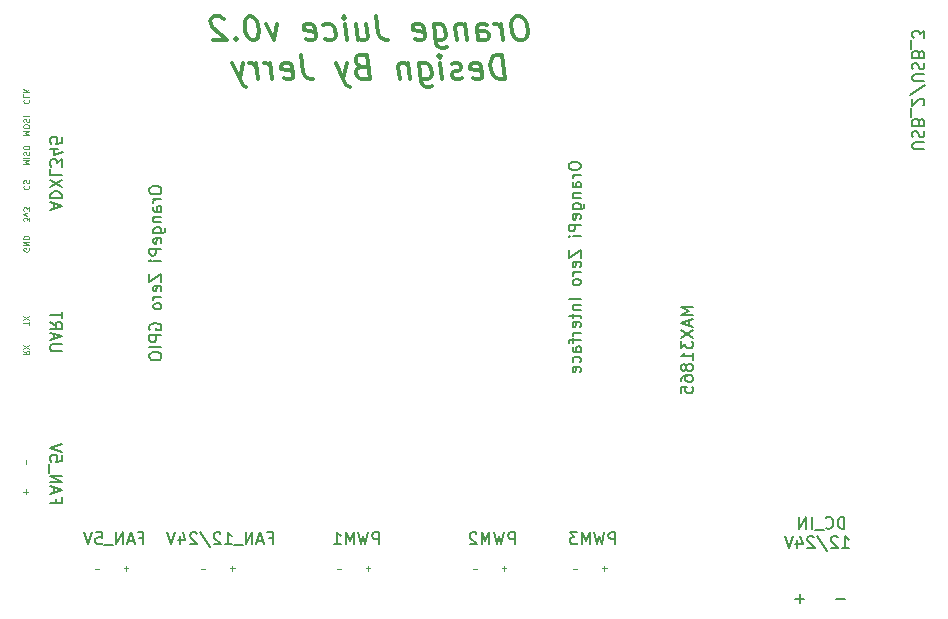
<source format=gbr>
%TF.GenerationSoftware,KiCad,Pcbnew,(5.1.12)-1*%
%TF.CreationDate,2022-01-05T17:05:18+08:00*%
%TF.ProjectId,orange_juice_board,6f72616e-6765-45f6-9a75-6963655f626f,rev?*%
%TF.SameCoordinates,Original*%
%TF.FileFunction,Legend,Bot*%
%TF.FilePolarity,Positive*%
%FSLAX46Y46*%
G04 Gerber Fmt 4.6, Leading zero omitted, Abs format (unit mm)*
G04 Created by KiCad (PCBNEW (5.1.12)-1) date 2022-01-05 17:05:18*
%MOMM*%
%LPD*%
G01*
G04 APERTURE LIST*
%ADD10C,0.300000*%
%ADD11C,0.150000*%
%ADD12C,0.125000*%
G04 APERTURE END LIST*
D10*
X151854732Y-69754761D02*
X151473779Y-69754761D01*
X151295208Y-69850000D01*
X151128541Y-70040476D01*
X151080922Y-70421428D01*
X151164255Y-71088095D01*
X151307113Y-71469047D01*
X151521398Y-71659523D01*
X151723779Y-71754761D01*
X152104732Y-71754761D01*
X152283303Y-71659523D01*
X152449970Y-71469047D01*
X152497589Y-71088095D01*
X152414255Y-70421428D01*
X152271398Y-70040476D01*
X152057113Y-69850000D01*
X151854732Y-69754761D01*
X150390446Y-71754761D02*
X150223779Y-70421428D01*
X150271398Y-70802380D02*
X150152351Y-70611904D01*
X150045208Y-70516666D01*
X149842827Y-70421428D01*
X149652351Y-70421428D01*
X148295208Y-71754761D02*
X148164255Y-70707142D01*
X148235684Y-70516666D01*
X148414255Y-70421428D01*
X148795208Y-70421428D01*
X148997589Y-70516666D01*
X148283303Y-71659523D02*
X148485684Y-71754761D01*
X148961875Y-71754761D01*
X149140446Y-71659523D01*
X149211875Y-71469047D01*
X149188065Y-71278571D01*
X149069017Y-71088095D01*
X148866636Y-70992857D01*
X148390446Y-70992857D01*
X148188065Y-70897619D01*
X147176160Y-70421428D02*
X147342827Y-71754761D01*
X147199970Y-70611904D02*
X147092827Y-70516666D01*
X146890446Y-70421428D01*
X146604732Y-70421428D01*
X146426160Y-70516666D01*
X146354732Y-70707142D01*
X146485684Y-71754761D01*
X144509494Y-70421428D02*
X144711875Y-72040476D01*
X144830922Y-72230952D01*
X144938065Y-72326190D01*
X145140446Y-72421428D01*
X145426160Y-72421428D01*
X145604732Y-72326190D01*
X144664255Y-71659523D02*
X144866636Y-71754761D01*
X145247589Y-71754761D01*
X145426160Y-71659523D01*
X145509494Y-71564285D01*
X145580922Y-71373809D01*
X145509494Y-70802380D01*
X145390446Y-70611904D01*
X145283303Y-70516666D01*
X145080922Y-70421428D01*
X144699970Y-70421428D01*
X144521398Y-70516666D01*
X142949970Y-71659523D02*
X143152351Y-71754761D01*
X143533303Y-71754761D01*
X143711875Y-71659523D01*
X143783303Y-71469047D01*
X143688065Y-70707142D01*
X143569017Y-70516666D01*
X143366636Y-70421428D01*
X142985684Y-70421428D01*
X142807113Y-70516666D01*
X142735684Y-70707142D01*
X142759494Y-70897619D01*
X143735684Y-71088095D01*
X139664255Y-69754761D02*
X139842827Y-71183333D01*
X139973779Y-71469047D01*
X140188065Y-71659523D01*
X140485684Y-71754761D01*
X140676160Y-71754761D01*
X137938065Y-70421428D02*
X138104732Y-71754761D01*
X138795208Y-70421428D02*
X138926160Y-71469047D01*
X138854732Y-71659523D01*
X138676160Y-71754761D01*
X138390446Y-71754761D01*
X138188065Y-71659523D01*
X138080922Y-71564285D01*
X137152351Y-71754761D02*
X136985684Y-70421428D01*
X136902351Y-69754761D02*
X137009494Y-69850000D01*
X136926160Y-69945238D01*
X136819017Y-69850000D01*
X136902351Y-69754761D01*
X136926160Y-69945238D01*
X135330922Y-71659523D02*
X135533303Y-71754761D01*
X135914255Y-71754761D01*
X136092827Y-71659523D01*
X136176160Y-71564285D01*
X136247589Y-71373809D01*
X136176160Y-70802380D01*
X136057113Y-70611904D01*
X135949970Y-70516666D01*
X135747589Y-70421428D01*
X135366636Y-70421428D01*
X135188065Y-70516666D01*
X133711875Y-71659523D02*
X133914255Y-71754761D01*
X134295208Y-71754761D01*
X134473779Y-71659523D01*
X134545208Y-71469047D01*
X134449970Y-70707142D01*
X134330922Y-70516666D01*
X134128541Y-70421428D01*
X133747589Y-70421428D01*
X133569017Y-70516666D01*
X133497589Y-70707142D01*
X133521398Y-70897619D01*
X134497589Y-71088095D01*
X131271398Y-70421428D02*
X130961875Y-71754761D01*
X130319017Y-70421428D01*
X129092827Y-69754761D02*
X128902351Y-69754761D01*
X128723779Y-69850000D01*
X128640446Y-69945238D01*
X128569017Y-70135714D01*
X128521398Y-70516666D01*
X128580922Y-70992857D01*
X128723779Y-71373809D01*
X128842827Y-71564285D01*
X128949970Y-71659523D01*
X129152351Y-71754761D01*
X129342827Y-71754761D01*
X129521398Y-71659523D01*
X129604732Y-71564285D01*
X129676160Y-71373809D01*
X129723779Y-70992857D01*
X129664255Y-70516666D01*
X129521398Y-70135714D01*
X129402351Y-69945238D01*
X129295208Y-69850000D01*
X129092827Y-69754761D01*
X127795208Y-71564285D02*
X127711875Y-71659523D01*
X127819017Y-71754761D01*
X127902351Y-71659523D01*
X127795208Y-71564285D01*
X127819017Y-71754761D01*
X126735684Y-69945238D02*
X126628541Y-69850000D01*
X126426160Y-69754761D01*
X125949970Y-69754761D01*
X125771398Y-69850000D01*
X125688065Y-69945238D01*
X125616636Y-70135714D01*
X125640446Y-70326190D01*
X125771398Y-70611904D01*
X127057113Y-71754761D01*
X125819017Y-71754761D01*
X150580922Y-75054761D02*
X150330922Y-73054761D01*
X149854732Y-73054761D01*
X149580922Y-73150000D01*
X149414255Y-73340476D01*
X149342827Y-73530952D01*
X149295208Y-73911904D01*
X149330922Y-74197619D01*
X149473779Y-74578571D01*
X149592827Y-74769047D01*
X149807113Y-74959523D01*
X150104732Y-75054761D01*
X150580922Y-75054761D01*
X147807113Y-74959523D02*
X148009494Y-75054761D01*
X148390446Y-75054761D01*
X148569017Y-74959523D01*
X148640446Y-74769047D01*
X148545208Y-74007142D01*
X148426160Y-73816666D01*
X148223779Y-73721428D01*
X147842827Y-73721428D01*
X147664255Y-73816666D01*
X147592827Y-74007142D01*
X147616636Y-74197619D01*
X148592827Y-74388095D01*
X146949970Y-74959523D02*
X146771398Y-75054761D01*
X146390446Y-75054761D01*
X146188065Y-74959523D01*
X146069017Y-74769047D01*
X146057113Y-74673809D01*
X146128541Y-74483333D01*
X146307113Y-74388095D01*
X146592827Y-74388095D01*
X146771398Y-74292857D01*
X146842827Y-74102380D01*
X146830922Y-74007142D01*
X146711875Y-73816666D01*
X146509494Y-73721428D01*
X146223779Y-73721428D01*
X146045208Y-73816666D01*
X145247589Y-75054761D02*
X145080922Y-73721428D01*
X144997589Y-73054761D02*
X145104732Y-73150000D01*
X145021398Y-73245238D01*
X144914255Y-73150000D01*
X144997589Y-73054761D01*
X145021398Y-73245238D01*
X143271398Y-73721428D02*
X143473779Y-75340476D01*
X143592827Y-75530952D01*
X143699970Y-75626190D01*
X143902351Y-75721428D01*
X144188065Y-75721428D01*
X144366636Y-75626190D01*
X143426160Y-74959523D02*
X143628541Y-75054761D01*
X144009494Y-75054761D01*
X144188065Y-74959523D01*
X144271398Y-74864285D01*
X144342827Y-74673809D01*
X144271398Y-74102380D01*
X144152351Y-73911904D01*
X144045208Y-73816666D01*
X143842827Y-73721428D01*
X143461875Y-73721428D01*
X143283303Y-73816666D01*
X142319017Y-73721428D02*
X142485684Y-75054761D01*
X142342827Y-73911904D02*
X142235684Y-73816666D01*
X142033303Y-73721428D01*
X141747589Y-73721428D01*
X141569017Y-73816666D01*
X141497589Y-74007142D01*
X141628541Y-75054761D01*
X138354732Y-74007142D02*
X138080922Y-74102380D01*
X137997589Y-74197619D01*
X137926160Y-74388095D01*
X137961875Y-74673809D01*
X138080922Y-74864285D01*
X138188065Y-74959523D01*
X138390446Y-75054761D01*
X139152351Y-75054761D01*
X138902351Y-73054761D01*
X138235684Y-73054761D01*
X138057113Y-73150000D01*
X137973779Y-73245238D01*
X137902351Y-73435714D01*
X137926160Y-73626190D01*
X138045208Y-73816666D01*
X138152351Y-73911904D01*
X138354732Y-74007142D01*
X139021398Y-74007142D01*
X137176160Y-73721428D02*
X136866636Y-75054761D01*
X136223779Y-73721428D02*
X136866636Y-75054761D01*
X137116636Y-75530952D01*
X137223779Y-75626190D01*
X137426160Y-75721428D01*
X133283303Y-73054761D02*
X133461875Y-74483333D01*
X133592827Y-74769047D01*
X133807113Y-74959523D01*
X134104732Y-75054761D01*
X134295208Y-75054761D01*
X131807113Y-74959523D02*
X132009494Y-75054761D01*
X132390446Y-75054761D01*
X132569017Y-74959523D01*
X132640446Y-74769047D01*
X132545208Y-74007142D01*
X132426160Y-73816666D01*
X132223779Y-73721428D01*
X131842827Y-73721428D01*
X131664255Y-73816666D01*
X131592827Y-74007142D01*
X131616636Y-74197619D01*
X132592827Y-74388095D01*
X130866636Y-75054761D02*
X130699970Y-73721428D01*
X130747589Y-74102380D02*
X130628541Y-73911904D01*
X130521398Y-73816666D01*
X130319017Y-73721428D01*
X130128541Y-73721428D01*
X129628541Y-75054761D02*
X129461875Y-73721428D01*
X129509494Y-74102380D02*
X129390446Y-73911904D01*
X129283303Y-73816666D01*
X129080922Y-73721428D01*
X128890446Y-73721428D01*
X128414255Y-73721428D02*
X128104732Y-75054761D01*
X127461875Y-73721428D02*
X128104732Y-75054761D01*
X128354732Y-75530952D01*
X128461875Y-75626190D01*
X128664255Y-75721428D01*
D11*
X179380952Y-119071428D02*
X178619047Y-119071428D01*
X175880952Y-119071428D02*
X175119047Y-119071428D01*
X175500000Y-119452380D02*
X175500000Y-118690476D01*
D12*
X156690476Y-116535714D02*
X156309523Y-116535714D01*
X148190476Y-116535714D02*
X147809523Y-116535714D01*
X136690476Y-116535714D02*
X136309523Y-116535714D01*
X158964285Y-116690476D02*
X158964285Y-116309523D01*
X158773809Y-116500000D02*
X159154761Y-116500000D01*
X150464285Y-116690476D02*
X150464285Y-116309523D01*
X150273809Y-116500000D02*
X150654761Y-116500000D01*
X138964285Y-116690476D02*
X138964285Y-116309523D01*
X138773809Y-116500000D02*
X139154761Y-116500000D01*
X136690476Y-116535714D02*
X136309523Y-116535714D01*
X125190476Y-116535714D02*
X124809523Y-116535714D01*
X127464285Y-116690476D02*
X127464285Y-116309523D01*
X127273809Y-116500000D02*
X127654761Y-116500000D01*
X116190476Y-116535714D02*
X115809523Y-116535714D01*
X118464285Y-116690476D02*
X118464285Y-116309523D01*
X118273809Y-116500000D02*
X118654761Y-116500000D01*
X109964285Y-107690476D02*
X109964285Y-107309523D01*
X109964285Y-110190476D02*
X109964285Y-109809523D01*
X109773809Y-110000000D02*
X110154761Y-110000000D01*
X109773809Y-98083333D02*
X110011904Y-98250000D01*
X109773809Y-98369047D02*
X110273809Y-98369047D01*
X110273809Y-98178571D01*
X110250000Y-98130952D01*
X110226190Y-98107142D01*
X110178571Y-98083333D01*
X110107142Y-98083333D01*
X110059523Y-98107142D01*
X110035714Y-98130952D01*
X110011904Y-98178571D01*
X110011904Y-98369047D01*
X110273809Y-97916666D02*
X109773809Y-97583333D01*
X110273809Y-97583333D02*
X109773809Y-97916666D01*
X110273809Y-95880952D02*
X110273809Y-95595238D01*
X109773809Y-95738095D02*
X110273809Y-95738095D01*
X110273809Y-95476190D02*
X109773809Y-95142857D01*
X110273809Y-95142857D02*
X109773809Y-95476190D01*
X110250000Y-89380952D02*
X110273809Y-89428571D01*
X110273809Y-89500000D01*
X110250000Y-89571428D01*
X110202380Y-89619047D01*
X110154761Y-89642857D01*
X110059523Y-89666666D01*
X109988095Y-89666666D01*
X109892857Y-89642857D01*
X109845238Y-89619047D01*
X109797619Y-89571428D01*
X109773809Y-89500000D01*
X109773809Y-89452380D01*
X109797619Y-89380952D01*
X109821428Y-89357142D01*
X109988095Y-89357142D01*
X109988095Y-89452380D01*
X109773809Y-89142857D02*
X110273809Y-89142857D01*
X109773809Y-88857142D01*
X110273809Y-88857142D01*
X109773809Y-88619047D02*
X110273809Y-88619047D01*
X110273809Y-88500000D01*
X110250000Y-88428571D01*
X110202380Y-88380952D01*
X110154761Y-88357142D01*
X110059523Y-88333333D01*
X109988095Y-88333333D01*
X109892857Y-88357142D01*
X109845238Y-88380952D01*
X109797619Y-88428571D01*
X109773809Y-88500000D01*
X109773809Y-88619047D01*
X110273809Y-87095238D02*
X110273809Y-86785714D01*
X110083333Y-86952380D01*
X110083333Y-86880952D01*
X110059523Y-86833333D01*
X110035714Y-86809523D01*
X109988095Y-86785714D01*
X109869047Y-86785714D01*
X109821428Y-86809523D01*
X109797619Y-86833333D01*
X109773809Y-86880952D01*
X109773809Y-87023809D01*
X109797619Y-87071428D01*
X109821428Y-87095238D01*
X110107142Y-86619047D02*
X109773809Y-86500000D01*
X110107142Y-86380952D01*
X110273809Y-86238095D02*
X110273809Y-85928571D01*
X110083333Y-86095238D01*
X110083333Y-86023809D01*
X110059523Y-85976190D01*
X110035714Y-85952380D01*
X109988095Y-85928571D01*
X109869047Y-85928571D01*
X109821428Y-85952380D01*
X109797619Y-85976190D01*
X109773809Y-86023809D01*
X109773809Y-86166666D01*
X109797619Y-86214285D01*
X109821428Y-86238095D01*
X109821428Y-84083333D02*
X109797619Y-84107142D01*
X109773809Y-84178571D01*
X109773809Y-84226190D01*
X109797619Y-84297619D01*
X109845238Y-84345238D01*
X109892857Y-84369047D01*
X109988095Y-84392857D01*
X110059523Y-84392857D01*
X110154761Y-84369047D01*
X110202380Y-84345238D01*
X110250000Y-84297619D01*
X110273809Y-84226190D01*
X110273809Y-84178571D01*
X110250000Y-84107142D01*
X110226190Y-84083333D01*
X109797619Y-83892857D02*
X109773809Y-83821428D01*
X109773809Y-83702380D01*
X109797619Y-83654761D01*
X109821428Y-83630952D01*
X109869047Y-83607142D01*
X109916666Y-83607142D01*
X109964285Y-83630952D01*
X109988095Y-83654761D01*
X110011904Y-83702380D01*
X110035714Y-83797619D01*
X110059523Y-83845238D01*
X110083333Y-83869047D01*
X110130952Y-83892857D01*
X110178571Y-83892857D01*
X110226190Y-83869047D01*
X110250000Y-83845238D01*
X110273809Y-83797619D01*
X110273809Y-83678571D01*
X110250000Y-83607142D01*
X109773809Y-82285714D02*
X110273809Y-82285714D01*
X109916666Y-82119047D01*
X110273809Y-81952380D01*
X109773809Y-81952380D01*
X109773809Y-81714285D02*
X110273809Y-81714285D01*
X109797619Y-81500000D02*
X109773809Y-81428571D01*
X109773809Y-81309523D01*
X109797619Y-81261904D01*
X109821428Y-81238095D01*
X109869047Y-81214285D01*
X109916666Y-81214285D01*
X109964285Y-81238095D01*
X109988095Y-81261904D01*
X110011904Y-81309523D01*
X110035714Y-81404761D01*
X110059523Y-81452380D01*
X110083333Y-81476190D01*
X110130952Y-81500000D01*
X110178571Y-81500000D01*
X110226190Y-81476190D01*
X110250000Y-81452380D01*
X110273809Y-81404761D01*
X110273809Y-81285714D01*
X110250000Y-81214285D01*
X110273809Y-80904761D02*
X110273809Y-80809523D01*
X110250000Y-80761904D01*
X110202380Y-80714285D01*
X110107142Y-80690476D01*
X109940476Y-80690476D01*
X109845238Y-80714285D01*
X109797619Y-80761904D01*
X109773809Y-80809523D01*
X109773809Y-80904761D01*
X109797619Y-80952380D01*
X109845238Y-81000000D01*
X109940476Y-81023809D01*
X110107142Y-81023809D01*
X110202380Y-81000000D01*
X110250000Y-80952380D01*
X110273809Y-80904761D01*
X109773809Y-79785714D02*
X110273809Y-79785714D01*
X109916666Y-79619047D01*
X110273809Y-79452380D01*
X109773809Y-79452380D01*
X110273809Y-79119047D02*
X110273809Y-79023809D01*
X110250000Y-78976190D01*
X110202380Y-78928571D01*
X110107142Y-78904761D01*
X109940476Y-78904761D01*
X109845238Y-78928571D01*
X109797619Y-78976190D01*
X109773809Y-79023809D01*
X109773809Y-79119047D01*
X109797619Y-79166666D01*
X109845238Y-79214285D01*
X109940476Y-79238095D01*
X110107142Y-79238095D01*
X110202380Y-79214285D01*
X110250000Y-79166666D01*
X110273809Y-79119047D01*
X109797619Y-78714285D02*
X109773809Y-78642857D01*
X109773809Y-78523809D01*
X109797619Y-78476190D01*
X109821428Y-78452380D01*
X109869047Y-78428571D01*
X109916666Y-78428571D01*
X109964285Y-78452380D01*
X109988095Y-78476190D01*
X110011904Y-78523809D01*
X110035714Y-78619047D01*
X110059523Y-78666666D01*
X110083333Y-78690476D01*
X110130952Y-78714285D01*
X110178571Y-78714285D01*
X110226190Y-78690476D01*
X110250000Y-78666666D01*
X110273809Y-78619047D01*
X110273809Y-78500000D01*
X110250000Y-78428571D01*
X109773809Y-78214285D02*
X110273809Y-78214285D01*
X109821428Y-76797619D02*
X109797619Y-76821428D01*
X109773809Y-76892857D01*
X109773809Y-76940476D01*
X109797619Y-77011904D01*
X109845238Y-77059523D01*
X109892857Y-77083333D01*
X109988095Y-77107142D01*
X110059523Y-77107142D01*
X110154761Y-77083333D01*
X110202380Y-77059523D01*
X110250000Y-77011904D01*
X110273809Y-76940476D01*
X110273809Y-76892857D01*
X110250000Y-76821428D01*
X110226190Y-76797619D01*
X109773809Y-76345238D02*
X109773809Y-76583333D01*
X110273809Y-76583333D01*
X109773809Y-76178571D02*
X110273809Y-76178571D01*
X109773809Y-75892857D02*
X110059523Y-76107142D01*
X110273809Y-75892857D02*
X109988095Y-76178571D01*
D11*
X186047619Y-81000000D02*
X185238095Y-81000000D01*
X185142857Y-80952380D01*
X185095238Y-80904761D01*
X185047619Y-80809523D01*
X185047619Y-80619047D01*
X185095238Y-80523809D01*
X185142857Y-80476190D01*
X185238095Y-80428571D01*
X186047619Y-80428571D01*
X185095238Y-80000000D02*
X185047619Y-79857142D01*
X185047619Y-79619047D01*
X185095238Y-79523809D01*
X185142857Y-79476190D01*
X185238095Y-79428571D01*
X185333333Y-79428571D01*
X185428571Y-79476190D01*
X185476190Y-79523809D01*
X185523809Y-79619047D01*
X185571428Y-79809523D01*
X185619047Y-79904761D01*
X185666666Y-79952380D01*
X185761904Y-80000000D01*
X185857142Y-80000000D01*
X185952380Y-79952380D01*
X186000000Y-79904761D01*
X186047619Y-79809523D01*
X186047619Y-79571428D01*
X186000000Y-79428571D01*
X185571428Y-78666666D02*
X185523809Y-78523809D01*
X185476190Y-78476190D01*
X185380952Y-78428571D01*
X185238095Y-78428571D01*
X185142857Y-78476190D01*
X185095238Y-78523809D01*
X185047619Y-78619047D01*
X185047619Y-79000000D01*
X186047619Y-79000000D01*
X186047619Y-78666666D01*
X186000000Y-78571428D01*
X185952380Y-78523809D01*
X185857142Y-78476190D01*
X185761904Y-78476190D01*
X185666666Y-78523809D01*
X185619047Y-78571428D01*
X185571428Y-78666666D01*
X185571428Y-79000000D01*
X184952380Y-78238095D02*
X184952380Y-77476190D01*
X185952380Y-77285714D02*
X186000000Y-77238095D01*
X186047619Y-77142857D01*
X186047619Y-76904761D01*
X186000000Y-76809523D01*
X185952380Y-76761904D01*
X185857142Y-76714285D01*
X185761904Y-76714285D01*
X185619047Y-76761904D01*
X185047619Y-77333333D01*
X185047619Y-76714285D01*
X186095238Y-75571428D02*
X184809523Y-76428571D01*
X186047619Y-75238095D02*
X185238095Y-75238095D01*
X185142857Y-75190476D01*
X185095238Y-75142857D01*
X185047619Y-75047619D01*
X185047619Y-74857142D01*
X185095238Y-74761904D01*
X185142857Y-74714285D01*
X185238095Y-74666666D01*
X186047619Y-74666666D01*
X185095238Y-74238095D02*
X185047619Y-74095238D01*
X185047619Y-73857142D01*
X185095238Y-73761904D01*
X185142857Y-73714285D01*
X185238095Y-73666666D01*
X185333333Y-73666666D01*
X185428571Y-73714285D01*
X185476190Y-73761904D01*
X185523809Y-73857142D01*
X185571428Y-74047619D01*
X185619047Y-74142857D01*
X185666666Y-74190476D01*
X185761904Y-74238095D01*
X185857142Y-74238095D01*
X185952380Y-74190476D01*
X186000000Y-74142857D01*
X186047619Y-74047619D01*
X186047619Y-73809523D01*
X186000000Y-73666666D01*
X185571428Y-72904761D02*
X185523809Y-72761904D01*
X185476190Y-72714285D01*
X185380952Y-72666666D01*
X185238095Y-72666666D01*
X185142857Y-72714285D01*
X185095238Y-72761904D01*
X185047619Y-72857142D01*
X185047619Y-73238095D01*
X186047619Y-73238095D01*
X186047619Y-72904761D01*
X186000000Y-72809523D01*
X185952380Y-72761904D01*
X185857142Y-72714285D01*
X185761904Y-72714285D01*
X185666666Y-72761904D01*
X185619047Y-72809523D01*
X185571428Y-72904761D01*
X185571428Y-73238095D01*
X184952380Y-72476190D02*
X184952380Y-71714285D01*
X186047619Y-71571428D02*
X186047619Y-70952380D01*
X185666666Y-71285714D01*
X185666666Y-71142857D01*
X185619047Y-71047619D01*
X185571428Y-71000000D01*
X185476190Y-70952380D01*
X185238095Y-70952380D01*
X185142857Y-71000000D01*
X185095238Y-71047619D01*
X185047619Y-71142857D01*
X185047619Y-71428571D01*
X185095238Y-71523809D01*
X185142857Y-71571428D01*
X155952380Y-82333333D02*
X155952380Y-82523809D01*
X156000000Y-82619047D01*
X156095238Y-82714285D01*
X156285714Y-82761904D01*
X156619047Y-82761904D01*
X156809523Y-82714285D01*
X156904761Y-82619047D01*
X156952380Y-82523809D01*
X156952380Y-82333333D01*
X156904761Y-82238095D01*
X156809523Y-82142857D01*
X156619047Y-82095238D01*
X156285714Y-82095238D01*
X156095238Y-82142857D01*
X156000000Y-82238095D01*
X155952380Y-82333333D01*
X156952380Y-83190476D02*
X156285714Y-83190476D01*
X156476190Y-83190476D02*
X156380952Y-83238095D01*
X156333333Y-83285714D01*
X156285714Y-83380952D01*
X156285714Y-83476190D01*
X156952380Y-84238095D02*
X156428571Y-84238095D01*
X156333333Y-84190476D01*
X156285714Y-84095238D01*
X156285714Y-83904761D01*
X156333333Y-83809523D01*
X156904761Y-84238095D02*
X156952380Y-84142857D01*
X156952380Y-83904761D01*
X156904761Y-83809523D01*
X156809523Y-83761904D01*
X156714285Y-83761904D01*
X156619047Y-83809523D01*
X156571428Y-83904761D01*
X156571428Y-84142857D01*
X156523809Y-84238095D01*
X156285714Y-84714285D02*
X156952380Y-84714285D01*
X156380952Y-84714285D02*
X156333333Y-84761904D01*
X156285714Y-84857142D01*
X156285714Y-85000000D01*
X156333333Y-85095238D01*
X156428571Y-85142857D01*
X156952380Y-85142857D01*
X156285714Y-86047619D02*
X157095238Y-86047619D01*
X157190476Y-86000000D01*
X157238095Y-85952380D01*
X157285714Y-85857142D01*
X157285714Y-85714285D01*
X157238095Y-85619047D01*
X156904761Y-86047619D02*
X156952380Y-85952380D01*
X156952380Y-85761904D01*
X156904761Y-85666666D01*
X156857142Y-85619047D01*
X156761904Y-85571428D01*
X156476190Y-85571428D01*
X156380952Y-85619047D01*
X156333333Y-85666666D01*
X156285714Y-85761904D01*
X156285714Y-85952380D01*
X156333333Y-86047619D01*
X156904761Y-86904761D02*
X156952380Y-86809523D01*
X156952380Y-86619047D01*
X156904761Y-86523809D01*
X156809523Y-86476190D01*
X156428571Y-86476190D01*
X156333333Y-86523809D01*
X156285714Y-86619047D01*
X156285714Y-86809523D01*
X156333333Y-86904761D01*
X156428571Y-86952380D01*
X156523809Y-86952380D01*
X156619047Y-86476190D01*
X156952380Y-87380952D02*
X155952380Y-87380952D01*
X155952380Y-87761904D01*
X156000000Y-87857142D01*
X156047619Y-87904761D01*
X156142857Y-87952380D01*
X156285714Y-87952380D01*
X156380952Y-87904761D01*
X156428571Y-87857142D01*
X156476190Y-87761904D01*
X156476190Y-87380952D01*
X156952380Y-88380952D02*
X156285714Y-88380952D01*
X155952380Y-88380952D02*
X156000000Y-88333333D01*
X156047619Y-88380952D01*
X156000000Y-88428571D01*
X155952380Y-88380952D01*
X156047619Y-88380952D01*
X155952380Y-89523809D02*
X155952380Y-90190476D01*
X156952380Y-89523809D01*
X156952380Y-90190476D01*
X156904761Y-90952380D02*
X156952380Y-90857142D01*
X156952380Y-90666666D01*
X156904761Y-90571428D01*
X156809523Y-90523809D01*
X156428571Y-90523809D01*
X156333333Y-90571428D01*
X156285714Y-90666666D01*
X156285714Y-90857142D01*
X156333333Y-90952380D01*
X156428571Y-91000000D01*
X156523809Y-91000000D01*
X156619047Y-90523809D01*
X156952380Y-91428571D02*
X156285714Y-91428571D01*
X156476190Y-91428571D02*
X156380952Y-91476190D01*
X156333333Y-91523809D01*
X156285714Y-91619047D01*
X156285714Y-91714285D01*
X156952380Y-92190476D02*
X156904761Y-92095238D01*
X156857142Y-92047619D01*
X156761904Y-92000000D01*
X156476190Y-92000000D01*
X156380952Y-92047619D01*
X156333333Y-92095238D01*
X156285714Y-92190476D01*
X156285714Y-92333333D01*
X156333333Y-92428571D01*
X156380952Y-92476190D01*
X156476190Y-92523809D01*
X156761904Y-92523809D01*
X156857142Y-92476190D01*
X156904761Y-92428571D01*
X156952380Y-92333333D01*
X156952380Y-92190476D01*
X156952380Y-93714285D02*
X155952380Y-93714285D01*
X156285714Y-94190476D02*
X156952380Y-94190476D01*
X156380952Y-94190476D02*
X156333333Y-94238095D01*
X156285714Y-94333333D01*
X156285714Y-94476190D01*
X156333333Y-94571428D01*
X156428571Y-94619047D01*
X156952380Y-94619047D01*
X156285714Y-94952380D02*
X156285714Y-95333333D01*
X155952380Y-95095238D02*
X156809523Y-95095238D01*
X156904761Y-95142857D01*
X156952380Y-95238095D01*
X156952380Y-95333333D01*
X156904761Y-96047619D02*
X156952380Y-95952380D01*
X156952380Y-95761904D01*
X156904761Y-95666666D01*
X156809523Y-95619047D01*
X156428571Y-95619047D01*
X156333333Y-95666666D01*
X156285714Y-95761904D01*
X156285714Y-95952380D01*
X156333333Y-96047619D01*
X156428571Y-96095238D01*
X156523809Y-96095238D01*
X156619047Y-95619047D01*
X156952380Y-96523809D02*
X156285714Y-96523809D01*
X156476190Y-96523809D02*
X156380952Y-96571428D01*
X156333333Y-96619047D01*
X156285714Y-96714285D01*
X156285714Y-96809523D01*
X156285714Y-97000000D02*
X156285714Y-97380952D01*
X156952380Y-97142857D02*
X156095238Y-97142857D01*
X156000000Y-97190476D01*
X155952380Y-97285714D01*
X155952380Y-97380952D01*
X156952380Y-98142857D02*
X156428571Y-98142857D01*
X156333333Y-98095238D01*
X156285714Y-98000000D01*
X156285714Y-97809523D01*
X156333333Y-97714285D01*
X156904761Y-98142857D02*
X156952380Y-98047619D01*
X156952380Y-97809523D01*
X156904761Y-97714285D01*
X156809523Y-97666666D01*
X156714285Y-97666666D01*
X156619047Y-97714285D01*
X156571428Y-97809523D01*
X156571428Y-98047619D01*
X156523809Y-98142857D01*
X156904761Y-99047619D02*
X156952380Y-98952380D01*
X156952380Y-98761904D01*
X156904761Y-98666666D01*
X156857142Y-98619047D01*
X156761904Y-98571428D01*
X156476190Y-98571428D01*
X156380952Y-98619047D01*
X156333333Y-98666666D01*
X156285714Y-98761904D01*
X156285714Y-98952380D01*
X156333333Y-99047619D01*
X156904761Y-99857142D02*
X156952380Y-99761904D01*
X156952380Y-99571428D01*
X156904761Y-99476190D01*
X156809523Y-99428571D01*
X156428571Y-99428571D01*
X156333333Y-99476190D01*
X156285714Y-99571428D01*
X156285714Y-99761904D01*
X156333333Y-99857142D01*
X156428571Y-99904761D01*
X156523809Y-99904761D01*
X156619047Y-99428571D01*
X120452380Y-84380952D02*
X120452380Y-84571428D01*
X120500000Y-84666666D01*
X120595238Y-84761904D01*
X120785714Y-84809523D01*
X121119047Y-84809523D01*
X121309523Y-84761904D01*
X121404761Y-84666666D01*
X121452380Y-84571428D01*
X121452380Y-84380952D01*
X121404761Y-84285714D01*
X121309523Y-84190476D01*
X121119047Y-84142857D01*
X120785714Y-84142857D01*
X120595238Y-84190476D01*
X120500000Y-84285714D01*
X120452380Y-84380952D01*
X121452380Y-85238095D02*
X120785714Y-85238095D01*
X120976190Y-85238095D02*
X120880952Y-85285714D01*
X120833333Y-85333333D01*
X120785714Y-85428571D01*
X120785714Y-85523809D01*
X121452380Y-86285714D02*
X120928571Y-86285714D01*
X120833333Y-86238095D01*
X120785714Y-86142857D01*
X120785714Y-85952380D01*
X120833333Y-85857142D01*
X121404761Y-86285714D02*
X121452380Y-86190476D01*
X121452380Y-85952380D01*
X121404761Y-85857142D01*
X121309523Y-85809523D01*
X121214285Y-85809523D01*
X121119047Y-85857142D01*
X121071428Y-85952380D01*
X121071428Y-86190476D01*
X121023809Y-86285714D01*
X120785714Y-86761904D02*
X121452380Y-86761904D01*
X120880952Y-86761904D02*
X120833333Y-86809523D01*
X120785714Y-86904761D01*
X120785714Y-87047619D01*
X120833333Y-87142857D01*
X120928571Y-87190476D01*
X121452380Y-87190476D01*
X120785714Y-88095238D02*
X121595238Y-88095238D01*
X121690476Y-88047619D01*
X121738095Y-88000000D01*
X121785714Y-87904761D01*
X121785714Y-87761904D01*
X121738095Y-87666666D01*
X121404761Y-88095238D02*
X121452380Y-88000000D01*
X121452380Y-87809523D01*
X121404761Y-87714285D01*
X121357142Y-87666666D01*
X121261904Y-87619047D01*
X120976190Y-87619047D01*
X120880952Y-87666666D01*
X120833333Y-87714285D01*
X120785714Y-87809523D01*
X120785714Y-88000000D01*
X120833333Y-88095238D01*
X121404761Y-88952380D02*
X121452380Y-88857142D01*
X121452380Y-88666666D01*
X121404761Y-88571428D01*
X121309523Y-88523809D01*
X120928571Y-88523809D01*
X120833333Y-88571428D01*
X120785714Y-88666666D01*
X120785714Y-88857142D01*
X120833333Y-88952380D01*
X120928571Y-89000000D01*
X121023809Y-89000000D01*
X121119047Y-88523809D01*
X121452380Y-89428571D02*
X120452380Y-89428571D01*
X120452380Y-89809523D01*
X120500000Y-89904761D01*
X120547619Y-89952380D01*
X120642857Y-90000000D01*
X120785714Y-90000000D01*
X120880952Y-89952380D01*
X120928571Y-89904761D01*
X120976190Y-89809523D01*
X120976190Y-89428571D01*
X121452380Y-90428571D02*
X120785714Y-90428571D01*
X120452380Y-90428571D02*
X120500000Y-90380952D01*
X120547619Y-90428571D01*
X120500000Y-90476190D01*
X120452380Y-90428571D01*
X120547619Y-90428571D01*
X120452380Y-91571428D02*
X120452380Y-92238095D01*
X121452380Y-91571428D01*
X121452380Y-92238095D01*
X121404761Y-93000000D02*
X121452380Y-92904761D01*
X121452380Y-92714285D01*
X121404761Y-92619047D01*
X121309523Y-92571428D01*
X120928571Y-92571428D01*
X120833333Y-92619047D01*
X120785714Y-92714285D01*
X120785714Y-92904761D01*
X120833333Y-93000000D01*
X120928571Y-93047619D01*
X121023809Y-93047619D01*
X121119047Y-92571428D01*
X121452380Y-93476190D02*
X120785714Y-93476190D01*
X120976190Y-93476190D02*
X120880952Y-93523809D01*
X120833333Y-93571428D01*
X120785714Y-93666666D01*
X120785714Y-93761904D01*
X121452380Y-94238095D02*
X121404761Y-94142857D01*
X121357142Y-94095238D01*
X121261904Y-94047619D01*
X120976190Y-94047619D01*
X120880952Y-94095238D01*
X120833333Y-94142857D01*
X120785714Y-94238095D01*
X120785714Y-94380952D01*
X120833333Y-94476190D01*
X120880952Y-94523809D01*
X120976190Y-94571428D01*
X121261904Y-94571428D01*
X121357142Y-94523809D01*
X121404761Y-94476190D01*
X121452380Y-94380952D01*
X121452380Y-94238095D01*
X120500000Y-96285714D02*
X120452380Y-96190476D01*
X120452380Y-96047619D01*
X120500000Y-95904761D01*
X120595238Y-95809523D01*
X120690476Y-95761904D01*
X120880952Y-95714285D01*
X121023809Y-95714285D01*
X121214285Y-95761904D01*
X121309523Y-95809523D01*
X121404761Y-95904761D01*
X121452380Y-96047619D01*
X121452380Y-96142857D01*
X121404761Y-96285714D01*
X121357142Y-96333333D01*
X121023809Y-96333333D01*
X121023809Y-96142857D01*
X121452380Y-96761904D02*
X120452380Y-96761904D01*
X120452380Y-97142857D01*
X120500000Y-97238095D01*
X120547619Y-97285714D01*
X120642857Y-97333333D01*
X120785714Y-97333333D01*
X120880952Y-97285714D01*
X120928571Y-97238095D01*
X120976190Y-97142857D01*
X120976190Y-96761904D01*
X121452380Y-97761904D02*
X120452380Y-97761904D01*
X120452380Y-98428571D02*
X120452380Y-98619047D01*
X120500000Y-98714285D01*
X120595238Y-98809523D01*
X120785714Y-98857142D01*
X121119047Y-98857142D01*
X121309523Y-98809523D01*
X121404761Y-98714285D01*
X121452380Y-98619047D01*
X121452380Y-98428571D01*
X121404761Y-98333333D01*
X121309523Y-98238095D01*
X121119047Y-98190476D01*
X120785714Y-98190476D01*
X120595238Y-98238095D01*
X120500000Y-98333333D01*
X120452380Y-98428571D01*
X166452380Y-94380952D02*
X165452380Y-94380952D01*
X166166666Y-94714285D01*
X165452380Y-95047619D01*
X166452380Y-95047619D01*
X166166666Y-95476190D02*
X166166666Y-95952380D01*
X166452380Y-95380952D02*
X165452380Y-95714285D01*
X166452380Y-96047619D01*
X165452380Y-96285714D02*
X166452380Y-96952380D01*
X165452380Y-96952380D02*
X166452380Y-96285714D01*
X165452380Y-97238095D02*
X165452380Y-97857142D01*
X165833333Y-97523809D01*
X165833333Y-97666666D01*
X165880952Y-97761904D01*
X165928571Y-97809523D01*
X166023809Y-97857142D01*
X166261904Y-97857142D01*
X166357142Y-97809523D01*
X166404761Y-97761904D01*
X166452380Y-97666666D01*
X166452380Y-97380952D01*
X166404761Y-97285714D01*
X166357142Y-97238095D01*
X166452380Y-98809523D02*
X166452380Y-98238095D01*
X166452380Y-98523809D02*
X165452380Y-98523809D01*
X165595238Y-98428571D01*
X165690476Y-98333333D01*
X165738095Y-98238095D01*
X165880952Y-99380952D02*
X165833333Y-99285714D01*
X165785714Y-99238095D01*
X165690476Y-99190476D01*
X165642857Y-99190476D01*
X165547619Y-99238095D01*
X165500000Y-99285714D01*
X165452380Y-99380952D01*
X165452380Y-99571428D01*
X165500000Y-99666666D01*
X165547619Y-99714285D01*
X165642857Y-99761904D01*
X165690476Y-99761904D01*
X165785714Y-99714285D01*
X165833333Y-99666666D01*
X165880952Y-99571428D01*
X165880952Y-99380952D01*
X165928571Y-99285714D01*
X165976190Y-99238095D01*
X166071428Y-99190476D01*
X166261904Y-99190476D01*
X166357142Y-99238095D01*
X166404761Y-99285714D01*
X166452380Y-99380952D01*
X166452380Y-99571428D01*
X166404761Y-99666666D01*
X166357142Y-99714285D01*
X166261904Y-99761904D01*
X166071428Y-99761904D01*
X165976190Y-99714285D01*
X165928571Y-99666666D01*
X165880952Y-99571428D01*
X165452380Y-100619047D02*
X165452380Y-100428571D01*
X165500000Y-100333333D01*
X165547619Y-100285714D01*
X165690476Y-100190476D01*
X165880952Y-100142857D01*
X166261904Y-100142857D01*
X166357142Y-100190476D01*
X166404761Y-100238095D01*
X166452380Y-100333333D01*
X166452380Y-100523809D01*
X166404761Y-100619047D01*
X166357142Y-100666666D01*
X166261904Y-100714285D01*
X166023809Y-100714285D01*
X165928571Y-100666666D01*
X165880952Y-100619047D01*
X165833333Y-100523809D01*
X165833333Y-100333333D01*
X165880952Y-100238095D01*
X165928571Y-100190476D01*
X166023809Y-100142857D01*
X165452380Y-101619047D02*
X165452380Y-101142857D01*
X165928571Y-101095238D01*
X165880952Y-101142857D01*
X165833333Y-101238095D01*
X165833333Y-101476190D01*
X165880952Y-101571428D01*
X165928571Y-101619047D01*
X166023809Y-101666666D01*
X166261904Y-101666666D01*
X166357142Y-101619047D01*
X166404761Y-101571428D01*
X166452380Y-101476190D01*
X166452380Y-101238095D01*
X166404761Y-101142857D01*
X166357142Y-101095238D01*
X179285714Y-113127380D02*
X179285714Y-112127380D01*
X179047619Y-112127380D01*
X178904761Y-112175000D01*
X178809523Y-112270238D01*
X178761904Y-112365476D01*
X178714285Y-112555952D01*
X178714285Y-112698809D01*
X178761904Y-112889285D01*
X178809523Y-112984523D01*
X178904761Y-113079761D01*
X179047619Y-113127380D01*
X179285714Y-113127380D01*
X177714285Y-113032142D02*
X177761904Y-113079761D01*
X177904761Y-113127380D01*
X178000000Y-113127380D01*
X178142857Y-113079761D01*
X178238095Y-112984523D01*
X178285714Y-112889285D01*
X178333333Y-112698809D01*
X178333333Y-112555952D01*
X178285714Y-112365476D01*
X178238095Y-112270238D01*
X178142857Y-112175000D01*
X178000000Y-112127380D01*
X177904761Y-112127380D01*
X177761904Y-112175000D01*
X177714285Y-112222619D01*
X177523809Y-113222619D02*
X176761904Y-113222619D01*
X176523809Y-113127380D02*
X176523809Y-112127380D01*
X176047619Y-113127380D02*
X176047619Y-112127380D01*
X175476190Y-113127380D01*
X175476190Y-112127380D01*
X179095238Y-114777380D02*
X179666666Y-114777380D01*
X179380952Y-114777380D02*
X179380952Y-113777380D01*
X179476190Y-113920238D01*
X179571428Y-114015476D01*
X179666666Y-114063095D01*
X178714285Y-113872619D02*
X178666666Y-113825000D01*
X178571428Y-113777380D01*
X178333333Y-113777380D01*
X178238095Y-113825000D01*
X178190476Y-113872619D01*
X178142857Y-113967857D01*
X178142857Y-114063095D01*
X178190476Y-114205952D01*
X178761904Y-114777380D01*
X178142857Y-114777380D01*
X177000000Y-113729761D02*
X177857142Y-115015476D01*
X176714285Y-113872619D02*
X176666666Y-113825000D01*
X176571428Y-113777380D01*
X176333333Y-113777380D01*
X176238095Y-113825000D01*
X176190476Y-113872619D01*
X176142857Y-113967857D01*
X176142857Y-114063095D01*
X176190476Y-114205952D01*
X176761904Y-114777380D01*
X176142857Y-114777380D01*
X175285714Y-114110714D02*
X175285714Y-114777380D01*
X175523809Y-113729761D02*
X175761904Y-114444047D01*
X175142857Y-114444047D01*
X174904761Y-113777380D02*
X174571428Y-114777380D01*
X174238095Y-113777380D01*
X159880952Y-114452380D02*
X159880952Y-113452380D01*
X159500000Y-113452380D01*
X159404761Y-113500000D01*
X159357142Y-113547619D01*
X159309523Y-113642857D01*
X159309523Y-113785714D01*
X159357142Y-113880952D01*
X159404761Y-113928571D01*
X159500000Y-113976190D01*
X159880952Y-113976190D01*
X158976190Y-113452380D02*
X158738095Y-114452380D01*
X158547619Y-113738095D01*
X158357142Y-114452380D01*
X158119047Y-113452380D01*
X157738095Y-114452380D02*
X157738095Y-113452380D01*
X157404761Y-114166666D01*
X157071428Y-113452380D01*
X157071428Y-114452380D01*
X156690476Y-113452380D02*
X156071428Y-113452380D01*
X156404761Y-113833333D01*
X156261904Y-113833333D01*
X156166666Y-113880952D01*
X156119047Y-113928571D01*
X156071428Y-114023809D01*
X156071428Y-114261904D01*
X156119047Y-114357142D01*
X156166666Y-114404761D01*
X156261904Y-114452380D01*
X156547619Y-114452380D01*
X156642857Y-114404761D01*
X156690476Y-114357142D01*
X151380952Y-114452380D02*
X151380952Y-113452380D01*
X151000000Y-113452380D01*
X150904761Y-113500000D01*
X150857142Y-113547619D01*
X150809523Y-113642857D01*
X150809523Y-113785714D01*
X150857142Y-113880952D01*
X150904761Y-113928571D01*
X151000000Y-113976190D01*
X151380952Y-113976190D01*
X150476190Y-113452380D02*
X150238095Y-114452380D01*
X150047619Y-113738095D01*
X149857142Y-114452380D01*
X149619047Y-113452380D01*
X149238095Y-114452380D02*
X149238095Y-113452380D01*
X148904761Y-114166666D01*
X148571428Y-113452380D01*
X148571428Y-114452380D01*
X148142857Y-113547619D02*
X148095238Y-113500000D01*
X148000000Y-113452380D01*
X147761904Y-113452380D01*
X147666666Y-113500000D01*
X147619047Y-113547619D01*
X147571428Y-113642857D01*
X147571428Y-113738095D01*
X147619047Y-113880952D01*
X148190476Y-114452380D01*
X147571428Y-114452380D01*
X139880952Y-114452380D02*
X139880952Y-113452380D01*
X139500000Y-113452380D01*
X139404761Y-113500000D01*
X139357142Y-113547619D01*
X139309523Y-113642857D01*
X139309523Y-113785714D01*
X139357142Y-113880952D01*
X139404761Y-113928571D01*
X139500000Y-113976190D01*
X139880952Y-113976190D01*
X138976190Y-113452380D02*
X138738095Y-114452380D01*
X138547619Y-113738095D01*
X138357142Y-114452380D01*
X138119047Y-113452380D01*
X137738095Y-114452380D02*
X137738095Y-113452380D01*
X137404761Y-114166666D01*
X137071428Y-113452380D01*
X137071428Y-114452380D01*
X136071428Y-114452380D02*
X136642857Y-114452380D01*
X136357142Y-114452380D02*
X136357142Y-113452380D01*
X136452380Y-113595238D01*
X136547619Y-113690476D01*
X136642857Y-113738095D01*
X130547619Y-113928571D02*
X130880952Y-113928571D01*
X130880952Y-114452380D02*
X130880952Y-113452380D01*
X130404761Y-113452380D01*
X130071428Y-114166666D02*
X129595238Y-114166666D01*
X130166666Y-114452380D02*
X129833333Y-113452380D01*
X129500000Y-114452380D01*
X129166666Y-114452380D02*
X129166666Y-113452380D01*
X128595238Y-114452380D01*
X128595238Y-113452380D01*
X128357142Y-114547619D02*
X127595238Y-114547619D01*
X126833333Y-114452380D02*
X127404761Y-114452380D01*
X127119047Y-114452380D02*
X127119047Y-113452380D01*
X127214285Y-113595238D01*
X127309523Y-113690476D01*
X127404761Y-113738095D01*
X126452380Y-113547619D02*
X126404761Y-113500000D01*
X126309523Y-113452380D01*
X126071428Y-113452380D01*
X125976190Y-113500000D01*
X125928571Y-113547619D01*
X125880952Y-113642857D01*
X125880952Y-113738095D01*
X125928571Y-113880952D01*
X126500000Y-114452380D01*
X125880952Y-114452380D01*
X124738095Y-113404761D02*
X125595238Y-114690476D01*
X124452380Y-113547619D02*
X124404761Y-113500000D01*
X124309523Y-113452380D01*
X124071428Y-113452380D01*
X123976190Y-113500000D01*
X123928571Y-113547619D01*
X123880952Y-113642857D01*
X123880952Y-113738095D01*
X123928571Y-113880952D01*
X124500000Y-114452380D01*
X123880952Y-114452380D01*
X123023809Y-113785714D02*
X123023809Y-114452380D01*
X123261904Y-113404761D02*
X123500000Y-114119047D01*
X122880952Y-114119047D01*
X122642857Y-113452380D02*
X122309523Y-114452380D01*
X121976190Y-113452380D01*
X119595238Y-113928571D02*
X119928571Y-113928571D01*
X119928571Y-114452380D02*
X119928571Y-113452380D01*
X119452380Y-113452380D01*
X119119047Y-114166666D02*
X118642857Y-114166666D01*
X119214285Y-114452380D02*
X118880952Y-113452380D01*
X118547619Y-114452380D01*
X118214285Y-114452380D02*
X118214285Y-113452380D01*
X117642857Y-114452380D01*
X117642857Y-113452380D01*
X117404761Y-114547619D02*
X116642857Y-114547619D01*
X115928571Y-113452380D02*
X116404761Y-113452380D01*
X116452380Y-113928571D01*
X116404761Y-113880952D01*
X116309523Y-113833333D01*
X116071428Y-113833333D01*
X115976190Y-113880952D01*
X115928571Y-113928571D01*
X115880952Y-114023809D01*
X115880952Y-114261904D01*
X115928571Y-114357142D01*
X115976190Y-114404761D01*
X116071428Y-114452380D01*
X116309523Y-114452380D01*
X116404761Y-114404761D01*
X116452380Y-114357142D01*
X115595238Y-113452380D02*
X115261904Y-114452380D01*
X114928571Y-113452380D01*
X112571428Y-110595238D02*
X112571428Y-110928571D01*
X112047619Y-110928571D02*
X113047619Y-110928571D01*
X113047619Y-110452380D01*
X112333333Y-110119047D02*
X112333333Y-109642857D01*
X112047619Y-110214285D02*
X113047619Y-109880952D01*
X112047619Y-109547619D01*
X112047619Y-109214285D02*
X113047619Y-109214285D01*
X112047619Y-108642857D01*
X113047619Y-108642857D01*
X111952380Y-108404761D02*
X111952380Y-107642857D01*
X113047619Y-106928571D02*
X113047619Y-107404761D01*
X112571428Y-107452380D01*
X112619047Y-107404761D01*
X112666666Y-107309523D01*
X112666666Y-107071428D01*
X112619047Y-106976190D01*
X112571428Y-106928571D01*
X112476190Y-106880952D01*
X112238095Y-106880952D01*
X112142857Y-106928571D01*
X112095238Y-106976190D01*
X112047619Y-107071428D01*
X112047619Y-107309523D01*
X112095238Y-107404761D01*
X112142857Y-107452380D01*
X113047619Y-106595238D02*
X112047619Y-106261904D01*
X113047619Y-105928571D01*
X113047619Y-98095238D02*
X112238095Y-98095238D01*
X112142857Y-98047619D01*
X112095238Y-98000000D01*
X112047619Y-97904761D01*
X112047619Y-97714285D01*
X112095238Y-97619047D01*
X112142857Y-97571428D01*
X112238095Y-97523809D01*
X113047619Y-97523809D01*
X112333333Y-97095238D02*
X112333333Y-96619047D01*
X112047619Y-97190476D02*
X113047619Y-96857142D01*
X112047619Y-96523809D01*
X112047619Y-95619047D02*
X112523809Y-95952380D01*
X112047619Y-96190476D02*
X113047619Y-96190476D01*
X113047619Y-95809523D01*
X113000000Y-95714285D01*
X112952380Y-95666666D01*
X112857142Y-95619047D01*
X112714285Y-95619047D01*
X112619047Y-95666666D01*
X112571428Y-95714285D01*
X112523809Y-95809523D01*
X112523809Y-96190476D01*
X113047619Y-95333333D02*
X113047619Y-94761904D01*
X112047619Y-95047619D02*
X113047619Y-95047619D01*
X112333333Y-86047619D02*
X112333333Y-85571428D01*
X112047619Y-86142857D02*
X113047619Y-85809523D01*
X112047619Y-85476190D01*
X112047619Y-85142857D02*
X113047619Y-85142857D01*
X113047619Y-84904761D01*
X113000000Y-84761904D01*
X112904761Y-84666666D01*
X112809523Y-84619047D01*
X112619047Y-84571428D01*
X112476190Y-84571428D01*
X112285714Y-84619047D01*
X112190476Y-84666666D01*
X112095238Y-84761904D01*
X112047619Y-84904761D01*
X112047619Y-85142857D01*
X113047619Y-84238095D02*
X112047619Y-83571428D01*
X113047619Y-83571428D02*
X112047619Y-84238095D01*
X112047619Y-82714285D02*
X112047619Y-83190476D01*
X113047619Y-83190476D01*
X113047619Y-82476190D02*
X113047619Y-81857142D01*
X112666666Y-82190476D01*
X112666666Y-82047619D01*
X112619047Y-81952380D01*
X112571428Y-81904761D01*
X112476190Y-81857142D01*
X112238095Y-81857142D01*
X112142857Y-81904761D01*
X112095238Y-81952380D01*
X112047619Y-82047619D01*
X112047619Y-82333333D01*
X112095238Y-82428571D01*
X112142857Y-82476190D01*
X112714285Y-81000000D02*
X112047619Y-81000000D01*
X113095238Y-81238095D02*
X112380952Y-81476190D01*
X112380952Y-80857142D01*
X113047619Y-80000000D02*
X113047619Y-80476190D01*
X112571428Y-80523809D01*
X112619047Y-80476190D01*
X112666666Y-80380952D01*
X112666666Y-80142857D01*
X112619047Y-80047619D01*
X112571428Y-80000000D01*
X112476190Y-79952380D01*
X112238095Y-79952380D01*
X112142857Y-80000000D01*
X112095238Y-80047619D01*
X112047619Y-80142857D01*
X112047619Y-80380952D01*
X112095238Y-80476190D01*
X112142857Y-80523809D01*
M02*

</source>
